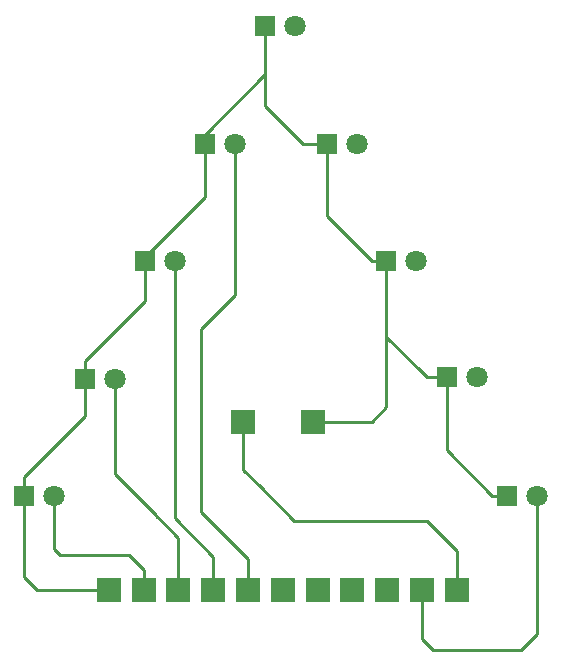
<source format=gbr>
%TF.GenerationSoftware,KiCad,Pcbnew,(5.1.9)-1*%
%TF.CreationDate,2022-06-22T15:09:01+02:00*%
%TF.ProjectId,Wbaum,57626175-6d2e-46b6-9963-61645f706362,rev?*%
%TF.SameCoordinates,Original*%
%TF.FileFunction,Copper,L1,Top*%
%TF.FilePolarity,Positive*%
%FSLAX46Y46*%
G04 Gerber Fmt 4.6, Leading zero omitted, Abs format (unit mm)*
G04 Created by KiCad (PCBNEW (5.1.9)-1) date 2022-06-22 15:09:01*
%MOMM*%
%LPD*%
G01*
G04 APERTURE LIST*
%TA.AperFunction,ComponentPad*%
%ADD10R,2.000000X2.000000*%
%TD*%
%TA.AperFunction,ComponentPad*%
%ADD11R,1.800000X1.800000*%
%TD*%
%TA.AperFunction,ComponentPad*%
%ADD12C,1.800000*%
%TD*%
%TA.AperFunction,Conductor*%
%ADD13C,0.250000*%
%TD*%
G04 APERTURE END LIST*
D10*
%TO.P,GND,1*%
%TO.N,Net-(D1-Pad1)*%
X131620000Y-115959000D03*
%TD*%
D11*
%TO.P,D1,1*%
%TO.N,Net-(D1-Pad1)*%
X124430000Y-108050000D03*
D12*
%TO.P,D1,2*%
%TO.N,Net-(D1-Pad2)*%
X126970000Y-108050000D03*
%TD*%
%TO.P,D2,2*%
%TO.N,Net-(D2-Pad2)*%
X132110000Y-98090000D03*
D11*
%TO.P,D2,1*%
%TO.N,Net-(D1-Pad1)*%
X129570000Y-98090000D03*
%TD*%
%TO.P,D3,1*%
%TO.N,Net-(D1-Pad1)*%
X134650000Y-88110000D03*
D12*
%TO.P,D3,2*%
%TO.N,Net-(D3-Pad2)*%
X137190000Y-88110000D03*
%TD*%
%TO.P,D4,2*%
%TO.N,Net-(D4-Pad2)*%
X142310000Y-78200000D03*
D11*
%TO.P,D4,1*%
%TO.N,Net-(D1-Pad1)*%
X139770000Y-78200000D03*
%TD*%
%TO.P,D5,1*%
%TO.N,Net-(D1-Pad1)*%
X144870000Y-68240000D03*
D12*
%TO.P,D5,2*%
%TO.N,Net-(D5-Pad2)*%
X147410000Y-68240000D03*
%TD*%
%TO.P,D6,2*%
%TO.N,Net-(D6-Pad2)*%
X152620000Y-78210000D03*
D11*
%TO.P,D6,1*%
%TO.N,Net-(D1-Pad1)*%
X150080000Y-78210000D03*
%TD*%
%TO.P,D7,1*%
%TO.N,Net-(D1-Pad1)*%
X155100000Y-88120000D03*
D12*
%TO.P,D7,2*%
%TO.N,Net-(D7-Pad2)*%
X157640000Y-88120000D03*
%TD*%
%TO.P,D8,2*%
%TO.N,Net-(D8-Pad2)*%
X162780000Y-97970000D03*
D11*
%TO.P,D8,1*%
%TO.N,Net-(D1-Pad1)*%
X160240000Y-97970000D03*
%TD*%
%TO.P,D9,1*%
%TO.N,Net-(D1-Pad1)*%
X165340000Y-108010000D03*
D12*
%TO.P,D9,2*%
%TO.N,Net-(D9-Pad2)*%
X167880000Y-108010000D03*
%TD*%
D10*
%TO.P,Bu-,1*%
%TO.N,Net-(D1-Pad1)*%
X148900000Y-101720000D03*
%TD*%
%TO.P,U2,1*%
%TO.N,Net-(D1-Pad2)*%
X134564454Y-115959000D03*
%TD*%
%TO.P,U3,1*%
%TO.N,Net-(D2-Pad2)*%
X137508908Y-115959000D03*
%TD*%
%TO.P,U4,1*%
%TO.N,Net-(D3-Pad2)*%
X140453362Y-115959000D03*
%TD*%
%TO.P,U5,1*%
%TO.N,Net-(D4-Pad2)*%
X143397816Y-115959000D03*
%TD*%
%TO.P,U6,1*%
%TO.N,Net-(D5-Pad2)*%
X146342270Y-115959000D03*
%TD*%
%TO.P,U7,1*%
%TO.N,Net-(D6-Pad2)*%
X149286724Y-115959000D03*
%TD*%
%TO.P,U8,1*%
%TO.N,Net-(D7-Pad2)*%
X152231178Y-115959000D03*
%TD*%
%TO.P,U9,1*%
%TO.N,Net-(D8-Pad2)*%
X155175632Y-115959000D03*
%TD*%
%TO.P,U10,1*%
%TO.N,Net-(D9-Pad2)*%
X158120086Y-115959000D03*
%TD*%
%TO.P,Bu,1*%
%TO.N,Net-(U11-Pad1)*%
X161064540Y-115959000D03*
%TD*%
%TO.P,Bu+,1*%
%TO.N,Net-(U11-Pad1)*%
X142990000Y-101720000D03*
%TD*%
D13*
%TO.N,Net-(D1-Pad1)*%
X124430000Y-108050000D02*
X124430000Y-106420000D01*
X129570000Y-101280000D02*
X129570000Y-98090000D01*
X124430000Y-106420000D02*
X129570000Y-101280000D01*
X129570000Y-98090000D02*
X129570000Y-96630000D01*
X134650000Y-91550000D02*
X134650000Y-88110000D01*
X129570000Y-96630000D02*
X134650000Y-91550000D01*
X134650000Y-88110000D02*
X134650000Y-87830000D01*
X139770000Y-82710000D02*
X139770000Y-78200000D01*
X134650000Y-87830000D02*
X139770000Y-82710000D01*
X139770000Y-78200000D02*
X139770000Y-77430000D01*
X144870000Y-72330000D02*
X144870000Y-68240000D01*
X139770000Y-77430000D02*
X144870000Y-72330000D01*
X144870000Y-72330000D02*
X144870000Y-74990000D01*
X148090000Y-78210000D02*
X150080000Y-78210000D01*
X144870000Y-74990000D02*
X148090000Y-78210000D01*
X150080000Y-78210000D02*
X150080000Y-84340000D01*
X153860000Y-88120000D02*
X155100000Y-88120000D01*
X150080000Y-84340000D02*
X153860000Y-88120000D01*
X158530000Y-97970000D02*
X160240000Y-97970000D01*
X160240000Y-97970000D02*
X160240000Y-104170000D01*
X164080000Y-108010000D02*
X165340000Y-108010000D01*
X160240000Y-104170000D02*
X164080000Y-108010000D01*
X158100000Y-97540000D02*
X158530000Y-97970000D01*
X155100000Y-94540000D02*
X158100000Y-97540000D01*
X155100000Y-88120000D02*
X155100000Y-94370000D01*
X155100000Y-94370000D02*
X155100000Y-94540000D01*
X131620000Y-115959000D02*
X125539000Y-115959000D01*
X124430000Y-114850000D02*
X124430000Y-113450000D01*
X125539000Y-115959000D02*
X124430000Y-114850000D01*
X124430000Y-113450000D02*
X124430000Y-108050000D01*
X124430000Y-113770000D02*
X124430000Y-113450000D01*
X155100000Y-100530000D02*
X155100000Y-98750000D01*
X148900000Y-101720000D02*
X153910000Y-101720000D01*
X155100000Y-98750000D02*
X155100000Y-99030000D01*
X153910000Y-101720000D02*
X155100000Y-100530000D01*
X155100000Y-94370000D02*
X155100000Y-98750000D01*
%TO.N,Net-(D1-Pad2)*%
X126970000Y-108050000D02*
X126970000Y-110840000D01*
X126970000Y-108050000D02*
X126970000Y-112490000D01*
X126970000Y-112490000D02*
X127480000Y-113000000D01*
X127480000Y-113000000D02*
X133300000Y-113000000D01*
X134564454Y-114264454D02*
X134564454Y-115959000D01*
X133300000Y-113000000D02*
X134564454Y-114264454D01*
%TO.N,Net-(D2-Pad2)*%
X132110000Y-98090000D02*
X132110000Y-106160000D01*
X137508908Y-111558908D02*
X135335000Y-109385000D01*
X137508908Y-115959000D02*
X137508908Y-111558908D01*
X135335000Y-109385000D02*
X135722000Y-109772000D01*
X132110000Y-106160000D02*
X135335000Y-109385000D01*
%TO.N,Net-(D3-Pad2)*%
X137190000Y-96790000D02*
X137190000Y-109890000D01*
X137190000Y-97260000D02*
X137190000Y-96790000D01*
X137190000Y-96790000D02*
X137190000Y-88110000D01*
X140453362Y-113153362D02*
X140453362Y-115959000D01*
X137190000Y-109890000D02*
X140453362Y-113153362D01*
%TO.N,Net-(D4-Pad2)*%
X142310000Y-78200000D02*
X142310000Y-90980000D01*
X142310000Y-90980000D02*
X139400000Y-93890000D01*
X139400000Y-93890000D02*
X139400000Y-109350000D01*
X143397816Y-113347816D02*
X143397816Y-115959000D01*
X139400000Y-109350000D02*
X143397816Y-113347816D01*
%TO.N,Net-(D9-Pad2)*%
X158120086Y-120120086D02*
X158120086Y-115959000D01*
X159030000Y-121030000D02*
X158120086Y-120120086D01*
X166530000Y-121030000D02*
X159030000Y-121030000D01*
X167880000Y-119680000D02*
X166530000Y-121030000D01*
X167880000Y-108010000D02*
X167880000Y-119680000D01*
%TO.N,Net-(U11-Pad1)*%
X147290000Y-110110000D02*
X158510000Y-110110000D01*
X161064540Y-112664540D02*
X161064540Y-115959000D01*
X158510000Y-110110000D02*
X161064540Y-112664540D01*
X142990000Y-105810000D02*
X144390000Y-107210000D01*
X142990000Y-101720000D02*
X142990000Y-105810000D01*
X144390000Y-107210000D02*
X147290000Y-110110000D01*
X143910000Y-106730000D02*
X144390000Y-107210000D01*
%TD*%
M02*

</source>
